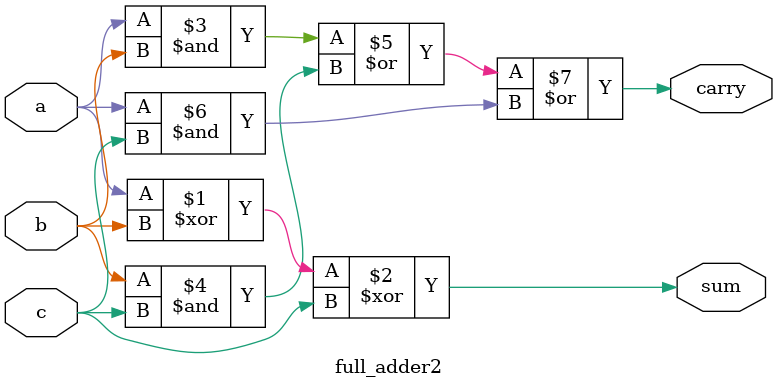
<source format=v>
module full_adder2(a,b,c,sum,carry);
input a,b,c;
output sum,carry;

assign sum=a^b^c;
assign carry=(a&b)|(b&c)|(a&c);
endmodule 
</source>
